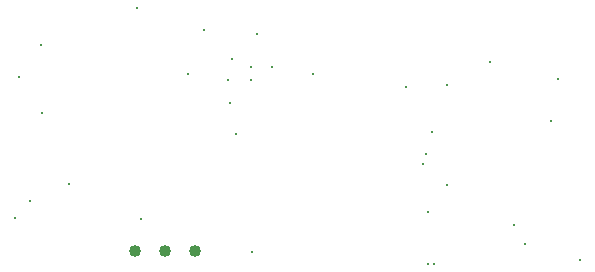
<source format=gbr>
%FSTAX23Y23*%
%MOIN*%
%SFA1B1*%

%IPPOS*%
%ADD72C,0.040157*%
%ADD73C,0.007874*%
G54D72*
X-00518Y-00362D03*
X-00618D03*
X-00718D03*
G54D73*
X-0103Y001D03*
X-01118Y-00253D03*
X-0107Y-00196D03*
X-00313Y00363D03*
X-00329Y-00365D03*
X-00384Y00028D03*
X-00263Y00251D03*
X-00396Y00277D03*
X00251Y-00038D03*
X0024Y-00072D03*
X00278Y-00404D03*
X00321Y-0014D03*
X-01105Y00219D03*
X-00126Y0023D03*
X-00333Y00251D03*
X0027Y00035D03*
X00669Y00072D03*
X00545Y-00274D03*
X00581Y-00337D03*
X-00409Y00208D03*
X-00333D03*
X-00402Y00131D03*
X-00939Y-00137D03*
X-01034Y00325D03*
X00259Y-0023D03*
X00764Y-00393D03*
X00256Y-00406D03*
X-00713Y0045D03*
X00692Y00213D03*
X00322Y00193D03*
X00463Y00268D03*
X00185Y00185D03*
X-00544Y00229D03*
X-00488Y00376D03*
X-00698Y-00255D03*
M02*
</source>
